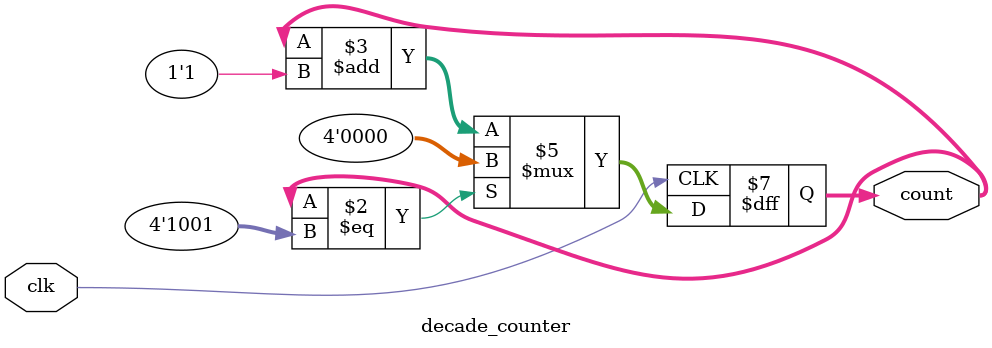
<source format=v>

module decade_counter (clk, count);
output [3:0] count;
reg [3:0] count;
input clk;

always @(posedge clk)
if(count == 4'h9) // 4 bit, 16Áø¼ö 9 ¼³Á¤
// if(count == 9) 1Â÷ ¿À·ù(bitÅ©±â ÁöÁ¤ÇÏÁö¾ÊÀ¸¸é 32bit·Î ÀÚµ¿ ÁöÁ¤ ¿À·ù) 
count <= 1'b0;
else
count <= count + 1'b1;
endmodule
</source>
